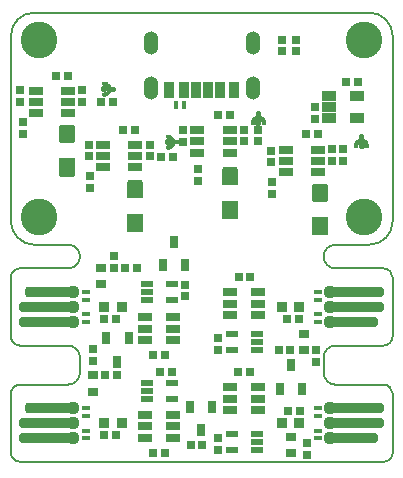
<source format=gts>
G04*
G04 #@! TF.GenerationSoftware,Altium Limited,Altium Designer,21.5.1 (32)*
G04*
G04 Layer_Color=8388736*
%FSAX25Y25*%
%MOIN*%
G70*
G04*
G04 #@! TF.SameCoordinates,E145FAAA-776B-438C-AE4F-039C15631CA5*
G04*
G04*
G04 #@! TF.FilePolarity,Negative*
G04*
G01*
G75*
%ADD13C,0.00787*%
%ADD32R,0.04921X0.05906*%
%ADD33R,0.02559X0.02756*%
%ADD34R,0.02756X0.02559*%
%ADD35O,0.00600X0.00601*%
%ADD36C,0.02191*%
%ADD37R,0.03740X0.03740*%
%ADD38R,0.04528X0.02953*%
%ADD39R,0.03740X0.05315*%
%ADD40R,0.03583X0.05315*%
%ADD41R,0.03347X0.05315*%
%ADD42O,0.00601X0.00600*%
%ADD43R,0.03740X0.02953*%
%ADD44R,0.02756X0.02559*%
%ADD45R,0.02953X0.04134*%
%ADD46R,0.04134X0.02165*%
%ADD47R,0.05315X0.05709*%
%ADD48R,0.05315X0.05906*%
%ADD49R,0.02559X0.02756*%
%ADD50R,0.01575X0.02559*%
G04:AMPARAMS|DCode=51|XSize=35.43mil|YSize=169.29mil|CornerRadius=13.82mil|HoleSize=0mil|Usage=FLASHONLY|Rotation=270.000|XOffset=0mil|YOffset=0mil|HoleType=Round|Shape=RoundedRectangle|*
%AMROUNDEDRECTD51*
21,1,0.03543,0.14165,0,0,270.0*
21,1,0.00780,0.16929,0,0,270.0*
1,1,0.02764,-0.07083,-0.00390*
1,1,0.02764,-0.07083,0.00390*
1,1,0.02764,0.07083,0.00390*
1,1,0.02764,0.07083,-0.00390*
%
%ADD51ROUNDEDRECTD51*%
G04:AMPARAMS|DCode=52|XSize=35.43mil|YSize=188.98mil|CornerRadius=13.82mil|HoleSize=0mil|Usage=FLASHONLY|Rotation=270.000|XOffset=0mil|YOffset=0mil|HoleType=Round|Shape=RoundedRectangle|*
%AMROUNDEDRECTD52*
21,1,0.03543,0.16134,0,0,270.0*
21,1,0.00780,0.18898,0,0,270.0*
1,1,0.02764,-0.08067,-0.00390*
1,1,0.02764,-0.08067,0.00390*
1,1,0.02764,0.08067,0.00390*
1,1,0.02764,0.08067,-0.00390*
%
%ADD52ROUNDEDRECTD52*%
%ADD53R,0.02559X0.01575*%
%ADD54R,0.04528X0.03347*%
%ADD55C,0.12205*%
G04:AMPARAMS|DCode=56|XSize=49.21mil|YSize=76.77mil|CornerRadius=22.44mil|HoleSize=0mil|Usage=FLASHONLY|Rotation=180.000|XOffset=0mil|YOffset=0mil|HoleType=Round|Shape=RoundedRectangle|*
%AMROUNDEDRECTD56*
21,1,0.04921,0.03189,0,0,180.0*
21,1,0.00433,0.07677,0,0,180.0*
1,1,0.04488,-0.00217,0.01595*
1,1,0.04488,0.00217,0.01595*
1,1,0.04488,0.00217,-0.01595*
1,1,0.04488,-0.00217,-0.01595*
%
%ADD56ROUNDEDRECTD56*%
%ADD57C,0.04370*%
%ADD58C,0.00591*%
G36*
X-0032227Y0126710D02*
X-0032224Y0126710D01*
X-0032204Y0126708D01*
X-0032184Y0126707D01*
X-0032181Y0126706D01*
X-0032177Y0126706D01*
X-0032158Y0126700D01*
X-0032138Y0126696D01*
X-0032135Y0126695D01*
X-0032132Y0126694D01*
X-0031429Y0126449D01*
X-0031426Y0126447D01*
X-0031423Y0126447D01*
X-0031405Y0126438D01*
X-0031386Y0126430D01*
X-0031384Y0126428D01*
X-0031381Y0126427D01*
X-0031364Y0126416D01*
X-0031347Y0126405D01*
X-0031345Y0126403D01*
X-0031342Y0126401D01*
X-0030759Y0125938D01*
X-0030756Y0125936D01*
X-0030754Y0125934D01*
X-0030739Y0125920D01*
X-0030724Y0125907D01*
X-0030722Y0125904D01*
X-0030720Y0125902D01*
X-0030708Y0125886D01*
X-0030696Y0125870D01*
X-0030694Y0125867D01*
X-0030692Y0125865D01*
X-0030294Y0125235D01*
X-0030292Y0125233D01*
X-0030290Y0125230D01*
X-0030281Y0125212D01*
X-0030272Y0125194D01*
X-0030271Y0125191D01*
X-0030269Y0125189D01*
X-0030263Y0125169D01*
X-0030257Y0125150D01*
X-0030256Y0125147D01*
X-0030255Y0125144D01*
X-0030224Y0125010D01*
X-0029195D01*
X-0029148Y0125007D01*
X-0029103Y0124996D01*
X-0029073Y0124983D01*
X-0029060Y0124978D01*
X-0029021Y0124954D01*
X-0028985Y0124924D01*
X-0028691Y0124630D01*
X-0028661Y0124594D01*
X-0028637Y0124555D01*
X-0028632Y0124542D01*
X-0028619Y0124512D01*
X-0028608Y0124467D01*
X-0028605Y0124420D01*
Y0124005D01*
D01*
Y0124005D01*
X-0028608Y0123959D01*
X-0028619Y0123913D01*
X-0028628Y0123892D01*
X-0028637Y0123870D01*
X-0028661Y0123831D01*
X-0028691Y0123795D01*
X-0028692Y0123795D01*
X-0028985Y0123502D01*
X-0028985Y0123502D01*
X-0029021Y0123471D01*
X-0029060Y0123447D01*
X-0029078Y0123440D01*
X-0029103Y0123429D01*
X-0029148Y0123419D01*
X-0029195Y0123415D01*
X-0029402D01*
X-0030224Y0123415D01*
X-0030255Y0123281D01*
X-0030256Y0123278D01*
X-0030257Y0123275D01*
X-0030263Y0123256D01*
X-0030269Y0123237D01*
X-0030271Y0123234D01*
X-0030272Y0123231D01*
X-0030281Y0123213D01*
X-0030290Y0123195D01*
X-0030292Y0123193D01*
X-0030294Y0123190D01*
X-0030692Y0122561D01*
X-0030694Y0122558D01*
X-0030696Y0122555D01*
X-0030708Y0122539D01*
X-0030720Y0122523D01*
X-0030722Y0122521D01*
X-0030724Y0122519D01*
X-0030739Y0122505D01*
X-0030754Y0122491D01*
X-0030756Y0122489D01*
X-0030759Y0122487D01*
X-0031342Y0122024D01*
X-0031345Y0122022D01*
X-0031347Y0122020D01*
X-0031364Y0122009D01*
X-0031381Y0121998D01*
X-0031384Y0121997D01*
X-0031386Y0121995D01*
X-0031405Y0121987D01*
X-0031423Y0121979D01*
X-0031426Y0121978D01*
X-0031429Y0121976D01*
X-0032132Y0121731D01*
X-0032135Y0121731D01*
X-0032138Y0121729D01*
X-0032158Y0121725D01*
X-0032177Y0121720D01*
X-0032181Y0121719D01*
X-0032184Y0121719D01*
X-0032204Y0121717D01*
X-0032224Y0121715D01*
X-0032227Y0121715D01*
X-0032230Y0121715D01*
X-0032682D01*
X-0032694Y0121716D01*
X-0032706D01*
X-0032717Y0121718D01*
X-0032729Y0121719D01*
X-0032740Y0121721D01*
X-0032751Y0121723D01*
X-0032762Y0121727D01*
X-0032774Y0121729D01*
X-0032785Y0121734D01*
X-0032796Y0121737D01*
X-0032943Y0121799D01*
X-0032954Y0121804D01*
X-0032964Y0121808D01*
X-0032974Y0121814D01*
X-0032985Y0121820D01*
X-0032994Y0121827D01*
X-0033004Y0121833D01*
X-0033013Y0121840D01*
X-0033022Y0121847D01*
X-0033030Y0121855D01*
X-0033039Y0121863D01*
X-0033152Y0121976D01*
X-0033160Y0121985D01*
X-0033168Y0121993D01*
X-0033175Y0122002D01*
X-0033182Y0122011D01*
X-0033188Y0122021D01*
X-0033195Y0122030D01*
X-0033201Y0122041D01*
X-0033207Y0122051D01*
X-0033211Y0122061D01*
X-0033216Y0122072D01*
X-0033277Y0122219D01*
X-0033281Y0122231D01*
X-0033285Y0122241D01*
X-0033288Y0122253D01*
X-0033292Y0122264D01*
X-0033294Y0122275D01*
X-0033296Y0122286D01*
X-0033297Y0122298D01*
X-0033299Y0122310D01*
Y0122321D01*
X-0033300Y0122333D01*
Y0122413D01*
Y0122493D01*
X-0033299Y0122504D01*
Y0122516D01*
X-0033297Y0122527D01*
X-0033296Y0122539D01*
X-0033294Y0122550D01*
X-0033292Y0122562D01*
X-0033288Y0122573D01*
X-0033285Y0122584D01*
X-0033281Y0122595D01*
X-0033277Y0122606D01*
X-0033216Y0122753D01*
X-0033211Y0122764D01*
X-0033207Y0122775D01*
X-0033201Y0122784D01*
X-0033195Y0122795D01*
X-0033188Y0122804D01*
X-0033182Y0122814D01*
X-0033175Y0122823D01*
X-0033168Y0122832D01*
X-0033160Y0122841D01*
X-0033152Y0122850D01*
X-0033039Y0122962D01*
X-0033030Y0122970D01*
X-0033022Y0122978D01*
X-0033013Y0122985D01*
X-0033004Y0122993D01*
X-0032994Y0122999D01*
X-0032985Y0123005D01*
X-0032974Y0123011D01*
X-0032964Y0123017D01*
X-0032954Y0123021D01*
X-0032943Y0123027D01*
X-0032796Y0123088D01*
X-0032785Y0123091D01*
X-0032774Y0123096D01*
X-0032762Y0123099D01*
X-0032751Y0123102D01*
X-0032740Y0123104D01*
X-0032729Y0123107D01*
X-0032717Y0123108D01*
X-0032706Y0123109D01*
X-0032694D01*
X-0032682Y0123110D01*
X-0032617D01*
X-0032402Y0123131D01*
X-0031993Y0123301D01*
X-0031691Y0123603D01*
X-0031521Y0124012D01*
X-0031501Y0124213D01*
X-0031521Y0124413D01*
X-0031691Y0124822D01*
X-0031993Y0125124D01*
X-0032402Y0125294D01*
X-0032617Y0125315D01*
X-0032682D01*
X-0032694Y0125316D01*
X-0032706D01*
X-0032717Y0125318D01*
X-0032729Y0125319D01*
X-0032740Y0125321D01*
X-0032751Y0125323D01*
X-0032762Y0125327D01*
X-0032774Y0125329D01*
X-0032785Y0125334D01*
X-0032796Y0125337D01*
X-0032943Y0125399D01*
X-0032954Y0125404D01*
X-0032964Y0125408D01*
X-0032974Y0125414D01*
X-0032985Y0125420D01*
X-0032994Y0125426D01*
X-0033004Y0125433D01*
X-0033013Y0125440D01*
X-0033022Y0125447D01*
X-0033030Y0125455D01*
X-0033039Y0125463D01*
X-0033152Y0125576D01*
X-0033160Y0125585D01*
X-0033168Y0125593D01*
X-0033175Y0125602D01*
X-0033182Y0125611D01*
X-0033188Y0125621D01*
X-0033195Y0125630D01*
X-0033201Y0125641D01*
X-0033207Y0125651D01*
X-0033211Y0125661D01*
X-0033216Y0125672D01*
X-0033277Y0125819D01*
X-0033281Y0125830D01*
X-0033285Y0125841D01*
X-0033288Y0125853D01*
X-0033292Y0125864D01*
X-0033294Y0125875D01*
X-0033296Y0125886D01*
X-0033297Y0125898D01*
X-0033299Y0125909D01*
Y0125921D01*
X-0033300Y0125933D01*
Y0126013D01*
Y0126093D01*
X-0033299Y0126104D01*
Y0126116D01*
X-0033297Y0126127D01*
X-0033296Y0126139D01*
X-0033294Y0126150D01*
X-0033292Y0126162D01*
X-0033288Y0126173D01*
X-0033285Y0126184D01*
X-0033281Y0126195D01*
X-0033277Y0126206D01*
X-0033216Y0126353D01*
X-0033211Y0126364D01*
X-0033207Y0126374D01*
X-0033201Y0126384D01*
X-0033195Y0126395D01*
X-0033188Y0126404D01*
X-0033182Y0126414D01*
X-0033175Y0126423D01*
X-0033168Y0126432D01*
X-0033160Y0126441D01*
X-0033152Y0126450D01*
X-0033039Y0126562D01*
X-0033030Y0126570D01*
X-0033022Y0126578D01*
X-0033013Y0126585D01*
X-0033004Y0126593D01*
X-0032994Y0126599D01*
X-0032985Y0126605D01*
X-0032974Y0126611D01*
X-0032964Y0126617D01*
X-0032954Y0126621D01*
X-0032943Y0126627D01*
X-0032796Y0126688D01*
X-0032785Y0126691D01*
X-0032774Y0126696D01*
X-0032762Y0126699D01*
X-0032751Y0126702D01*
X-0032740Y0126704D01*
X-0032729Y0126707D01*
X-0032717Y0126708D01*
X-0032706Y0126709D01*
X-0032694D01*
X-0032682Y0126710D01*
X-0032230D01*
X-0032227Y0126710D01*
D02*
G37*
G36*
X-0010992Y0109069D02*
X-0010989Y0109069D01*
X-0010969Y0109067D01*
X-0010949Y0109065D01*
X-0010946Y0109065D01*
X-0010943Y0109064D01*
X-0010923Y0109059D01*
X-0010904Y0109055D01*
X-0010901Y0109054D01*
X-0010898Y0109053D01*
X-0010194Y0108808D01*
X-0010191Y0108806D01*
X-0010188Y0108806D01*
X-0010170Y0108797D01*
X-0010152Y0108789D01*
X-0010149Y0108787D01*
X-0010146Y0108786D01*
X-0010129Y0108774D01*
X-0010112Y0108764D01*
X-0010110Y0108762D01*
X-0010108Y0108760D01*
X-0009524Y0108297D01*
X-0009521Y0108295D01*
X-0009519Y0108293D01*
X-0009505Y0108279D01*
X-0009490Y0108265D01*
X-0009488Y0108263D01*
X-0009486Y0108261D01*
X-0009473Y0108245D01*
X-0009461Y0108229D01*
X-0009460Y0108226D01*
X-0009458Y0108223D01*
X-0009059Y0107594D01*
X-0009057Y0107591D01*
X-0009055Y0107589D01*
X-0009047Y0107571D01*
X-0009037Y0107553D01*
X-0009036Y0107550D01*
X-0009035Y0107547D01*
X-0009028Y0107528D01*
X-0009022Y0107509D01*
X-0009021Y0107506D01*
X-0009020Y0107503D01*
X-0008989Y0107369D01*
X-0007960D01*
X-0007914Y0107366D01*
X-0007868Y0107355D01*
X-0007838Y0107342D01*
X-0007825Y0107337D01*
X-0007786Y0107313D01*
X-0007750Y0107282D01*
X-0007457Y0106989D01*
X-0007426Y0106953D01*
X-0007402Y0106914D01*
X-0007397Y0106901D01*
X-0007384Y0106871D01*
X-0007373Y0106825D01*
X-0007370Y0106779D01*
Y0106364D01*
D01*
Y0106364D01*
X-0007373Y0106317D01*
X-0007384Y0106272D01*
X-0007393Y0106251D01*
X-0007402Y0106229D01*
X-0007426Y0106190D01*
X-0007457Y0106154D01*
X-0007457Y0106154D01*
X-0007750Y0105861D01*
X-0007750Y0105861D01*
X-0007786Y0105830D01*
X-0007825Y0105806D01*
X-0007843Y0105799D01*
X-0007868Y0105788D01*
X-0007914Y0105778D01*
X-0007960Y0105774D01*
X-0008168D01*
X-0008989Y0105774D01*
X-0009020Y0105640D01*
X-0009021Y0105637D01*
X-0009022Y0105634D01*
X-0009028Y0105615D01*
X-0009035Y0105596D01*
X-0009036Y0105593D01*
X-0009037Y0105590D01*
X-0009046Y0105572D01*
X-0009055Y0105554D01*
X-0009057Y0105552D01*
X-0009059Y0105549D01*
X-0009458Y0104920D01*
X-0009460Y0104917D01*
X-0009461Y0104914D01*
X-0009473Y0104898D01*
X-0009486Y0104882D01*
X-0009488Y0104880D01*
X-0009490Y0104878D01*
X-0009505Y0104864D01*
X-0009519Y0104850D01*
X-0009521Y0104848D01*
X-0009524Y0104846D01*
X-0010108Y0104383D01*
X-0010110Y0104381D01*
X-0010112Y0104379D01*
X-0010129Y0104368D01*
X-0010146Y0104357D01*
X-0010149Y0104356D01*
X-0010152Y0104354D01*
X-0010170Y0104346D01*
X-0010188Y0104338D01*
X-0010191Y0104337D01*
X-0010194Y0104335D01*
X-0010898Y0104090D01*
X-0010901Y0104089D01*
X-0010904Y0104088D01*
X-0010923Y0104084D01*
X-0010943Y0104078D01*
X-0010946Y0104078D01*
X-0010949Y0104077D01*
X-0010969Y0104076D01*
X-0010989Y0104074D01*
X-0010992Y0104074D01*
X-0010995Y0104074D01*
X-0011447D01*
X-0011459Y0104075D01*
X-0011471D01*
X-0011482Y0104077D01*
X-0011494Y0104077D01*
X-0011505Y0104080D01*
X-0011517Y0104082D01*
X-0011528Y0104086D01*
X-0011539Y0104088D01*
X-0011550Y0104093D01*
X-0011561Y0104096D01*
X-0011708Y0104157D01*
X-0011719Y0104163D01*
X-0011729Y0104167D01*
X-0011739Y0104173D01*
X-0011750Y0104179D01*
X-0011759Y0104185D01*
X-0011769Y0104192D01*
X-0011778Y0104199D01*
X-0011787Y0104206D01*
X-0011796Y0104214D01*
X-0011804Y0104222D01*
X-0011917Y0104335D01*
X-0011925Y0104343D01*
X-0011933Y0104352D01*
X-0011940Y0104361D01*
X-0011948Y0104370D01*
X-0011954Y0104380D01*
X-0011960Y0104389D01*
X-0011966Y0104400D01*
X-0011972Y0104410D01*
X-0011976Y0104420D01*
X-0011982Y0104431D01*
X-0012043Y0104578D01*
X-0012046Y0104589D01*
X-0012051Y0104600D01*
X-0012054Y0104612D01*
X-0012057Y0104622D01*
X-0012059Y0104634D01*
X-0012062Y0104645D01*
X-0012062Y0104657D01*
X-0012064Y0104668D01*
Y0104680D01*
X-0012065Y0104692D01*
Y0104771D01*
Y0104851D01*
X-0012064Y0104863D01*
Y0104875D01*
X-0012062Y0104886D01*
X-0012062Y0104898D01*
X-0012059Y0104909D01*
X-0012057Y0104920D01*
X-0012054Y0104931D01*
X-0012051Y0104943D01*
X-0012046Y0104954D01*
X-0012043Y0104965D01*
X-0011982Y0105112D01*
X-0011976Y0105123D01*
X-0011972Y0105133D01*
X-0011966Y0105143D01*
X-0011960Y0105154D01*
X-0011954Y0105163D01*
X-0011948Y0105173D01*
X-0011940Y0105182D01*
X-0011933Y0105191D01*
X-0011925Y0105200D01*
X-0011917Y0105208D01*
X-0011804Y0105321D01*
X-0011796Y0105329D01*
X-0011787Y0105337D01*
X-0011778Y0105344D01*
X-0011769Y0105351D01*
X-0011759Y0105358D01*
X-0011750Y0105364D01*
X-0011739Y0105370D01*
X-0011729Y0105376D01*
X-0011719Y0105380D01*
X-0011708Y0105385D01*
X-0011561Y0105447D01*
X-0011550Y0105450D01*
X-0011539Y0105455D01*
X-0011528Y0105457D01*
X-0011517Y0105461D01*
X-0011505Y0105463D01*
X-0011494Y0105465D01*
X-0011482Y0105466D01*
X-0011471Y0105468D01*
X-0011459D01*
X-0011447Y0105469D01*
X-0011382D01*
X-0011168Y0105490D01*
X-0010758Y0105660D01*
X-0010456Y0105962D01*
X-0010286Y0106371D01*
X-0010267Y0106571D01*
X-0010286Y0106772D01*
X-0010456Y0107181D01*
X-0010758Y0107483D01*
X-0011168Y0107653D01*
X-0011382Y0107674D01*
X-0011447D01*
X-0011459Y0107675D01*
X-0011471D01*
X-0011482Y0107676D01*
X-0011494Y0107677D01*
X-0011505Y0107680D01*
X-0011517Y0107682D01*
X-0011528Y0107686D01*
X-0011539Y0107688D01*
X-0011550Y0107693D01*
X-0011561Y0107696D01*
X-0011708Y0107757D01*
X-0011719Y0107763D01*
X-0011729Y0107767D01*
X-0011739Y0107773D01*
X-0011750Y0107779D01*
X-0011759Y0107785D01*
X-0011769Y0107791D01*
X-0011778Y0107799D01*
X-0011787Y0107806D01*
X-0011796Y0107814D01*
X-0011804Y0107822D01*
X-0011917Y0107935D01*
X-0011925Y0107943D01*
X-0011933Y0107952D01*
X-0011940Y0107961D01*
X-0011948Y0107970D01*
X-0011954Y0107980D01*
X-0011960Y0107989D01*
X-0011966Y0108000D01*
X-0011972Y0108010D01*
X-0011976Y0108020D01*
X-0011982Y0108031D01*
X-0012043Y0108178D01*
X-0012046Y0108189D01*
X-0012051Y0108200D01*
X-0012054Y0108212D01*
X-0012057Y0108222D01*
X-0012059Y0108234D01*
X-0012062Y0108245D01*
X-0012062Y0108257D01*
X-0012064Y0108268D01*
Y0108280D01*
X-0012065Y0108292D01*
Y0108371D01*
Y0108451D01*
X-0012064Y0108463D01*
Y0108475D01*
X-0012062Y0108486D01*
X-0012062Y0108498D01*
X-0012059Y0108509D01*
X-0012057Y0108520D01*
X-0012054Y0108531D01*
X-0012051Y0108543D01*
X-0012046Y0108554D01*
X-0012043Y0108565D01*
X-0011982Y0108712D01*
X-0011976Y0108723D01*
X-0011972Y0108733D01*
X-0011966Y0108743D01*
X-0011960Y0108754D01*
X-0011954Y0108763D01*
X-0011948Y0108773D01*
X-0011940Y0108782D01*
X-0011933Y0108791D01*
X-0011925Y0108800D01*
X-0011917Y0108808D01*
X-0011804Y0108921D01*
X-0011796Y0108929D01*
X-0011787Y0108937D01*
X-0011778Y0108944D01*
X-0011769Y0108951D01*
X-0011759Y0108958D01*
X-0011750Y0108964D01*
X-0011739Y0108970D01*
X-0011729Y0108976D01*
X-0011719Y0108980D01*
X-0011708Y0108985D01*
X-0011561Y0109047D01*
X-0011550Y0109050D01*
X-0011539Y0109055D01*
X-0011528Y0109057D01*
X-0011517Y0109061D01*
X-0011505Y0109063D01*
X-0011494Y0109065D01*
X-0011482Y0109066D01*
X-0011471Y0109068D01*
X-0011459D01*
X-0011447Y0109069D01*
X-0010995D01*
X-0010992Y0109069D01*
D02*
G37*
G36*
X0019152Y0116963D02*
X0019197Y0116952D01*
X0019227Y0116939D01*
X0019240Y0116934D01*
X0019279Y0116910D01*
X0019315Y0116879D01*
X0019609Y0116586D01*
X0019639Y0116550D01*
X0019663Y0116511D01*
X0019668Y0116498D01*
X0019681Y0116468D01*
X0019692Y0116423D01*
X0019695Y0116376D01*
Y0116168D01*
Y0115347D01*
X0019829Y0115316D01*
X0019832Y0115315D01*
X0019835Y0115314D01*
X0019854Y0115308D01*
X0019874Y0115302D01*
X0019876Y0115300D01*
X0019879Y0115299D01*
X0019897Y0115290D01*
X0019915Y0115281D01*
X0019918Y0115279D01*
X0019920Y0115277D01*
X0020550Y0114878D01*
X0020552Y0114877D01*
X0020555Y0114875D01*
X0020571Y0114863D01*
X0020587Y0114851D01*
X0020589Y0114848D01*
X0020592Y0114846D01*
X0020605Y0114832D01*
X0020619Y0114817D01*
X0020621Y0114815D01*
X0020623Y0114812D01*
X0021086Y0114229D01*
X0021088Y0114226D01*
X0021090Y0114224D01*
X0021101Y0114207D01*
X0021112Y0114190D01*
X0021113Y0114187D01*
X0021115Y0114185D01*
X0021123Y0114166D01*
X0021132Y0114148D01*
X0021133Y0114145D01*
X0021134Y0114142D01*
X0021379Y0113438D01*
X0021380Y0113435D01*
X0021381Y0113433D01*
X0021385Y0113413D01*
X0021391Y0113393D01*
X0021391Y0113390D01*
X0021392Y0113387D01*
X0021393Y0113367D01*
X0021395Y0113347D01*
X0021395Y0113344D01*
X0021395Y0113341D01*
Y0112969D01*
Y0112889D01*
X0021394Y0112877D01*
Y0112865D01*
X0021393Y0112854D01*
X0021392Y0112842D01*
X0021389Y0112831D01*
X0021387Y0112820D01*
X0021384Y0112808D01*
X0021381Y0112797D01*
X0021376Y0112786D01*
X0021373Y0112775D01*
X0021312Y0112628D01*
X0021306Y0112617D01*
X0021302Y0112607D01*
X0021296Y0112597D01*
X0021291Y0112586D01*
X0021284Y0112577D01*
X0021278Y0112567D01*
X0021270Y0112558D01*
X0021263Y0112549D01*
X0021255Y0112540D01*
X0021248Y0112532D01*
X0021135Y0112419D01*
X0021126Y0112411D01*
X0021117Y0112403D01*
X0021108Y0112396D01*
X0021099Y0112389D01*
X0021089Y0112382D01*
X0021080Y0112376D01*
X0021069Y0112370D01*
X0021059Y0112364D01*
X0021049Y0112360D01*
X0021038Y0112355D01*
X0020891Y0112293D01*
X0020880Y0112290D01*
X0020869Y0112285D01*
X0020858Y0112283D01*
X0020847Y0112279D01*
X0020835Y0112277D01*
X0020824Y0112275D01*
X0020812Y0112274D01*
X0020801Y0112272D01*
X0020789D01*
X0020777Y0112271D01*
X0020618D01*
X0020606Y0112272D01*
X0020595D01*
X0020583Y0112274D01*
X0020571Y0112275D01*
X0020560Y0112277D01*
X0020549Y0112279D01*
X0020538Y0112283D01*
X0020526Y0112285D01*
X0020516Y0112290D01*
X0020504Y0112293D01*
X0020357Y0112355D01*
X0020346Y0112360D01*
X0020336Y0112364D01*
X0020326Y0112370D01*
X0020315Y0112376D01*
X0020306Y0112382D01*
X0020296Y0112389D01*
X0020287Y0112396D01*
X0020278Y0112403D01*
X0020270Y0112411D01*
X0020261Y0112419D01*
X0020148Y0112532D01*
X0020140Y0112540D01*
X0020132Y0112549D01*
X0020125Y0112558D01*
X0020118Y0112567D01*
X0020112Y0112577D01*
X0020105Y0112586D01*
X0020099Y0112597D01*
X0020093Y0112607D01*
X0020089Y0112617D01*
X0020084Y0112628D01*
X0020022Y0112775D01*
X0020019Y0112786D01*
X0020014Y0112797D01*
X0020012Y0112809D01*
X0020008Y0112820D01*
X0020006Y0112831D01*
X0020004Y0112842D01*
X0020003Y0112854D01*
X0020001Y0112865D01*
Y0112877D01*
X0020000Y0112889D01*
Y0112954D01*
X0019979Y0113169D01*
X0019809Y0113578D01*
X0019507Y0113880D01*
X0019098Y0114050D01*
X0018898Y0114069D01*
X0018698Y0114050D01*
X0018289Y0113880D01*
X0017986Y0113578D01*
X0017817Y0113169D01*
X0017795Y0112954D01*
Y0112889D01*
X0017794Y0112877D01*
Y0112865D01*
X0017793Y0112854D01*
X0017792Y0112842D01*
X0017789Y0112831D01*
X0017787Y0112820D01*
X0017784Y0112808D01*
X0017781Y0112797D01*
X0017776Y0112786D01*
X0017773Y0112775D01*
X0017712Y0112628D01*
X0017706Y0112617D01*
X0017702Y0112607D01*
X0017696Y0112597D01*
X0017691Y0112586D01*
X0017684Y0112577D01*
X0017678Y0112567D01*
X0017670Y0112558D01*
X0017663Y0112549D01*
X0017655Y0112540D01*
X0017648Y0112532D01*
X0017535Y0112419D01*
X0017526Y0112411D01*
X0017517Y0112403D01*
X0017508Y0112396D01*
X0017499Y0112389D01*
X0017489Y0112382D01*
X0017480Y0112376D01*
X0017469Y0112370D01*
X0017459Y0112364D01*
X0017449Y0112360D01*
X0017438Y0112355D01*
X0017291Y0112293D01*
X0017280Y0112290D01*
X0017269Y0112285D01*
X0017258Y0112283D01*
X0017247Y0112279D01*
X0017235Y0112277D01*
X0017224Y0112275D01*
X0017212Y0112274D01*
X0017201Y0112272D01*
X0017189D01*
X0017177Y0112271D01*
X0017018D01*
X0017006Y0112272D01*
X0016995D01*
X0016983Y0112274D01*
X0016971Y0112275D01*
X0016960Y0112277D01*
X0016949Y0112279D01*
X0016938Y0112283D01*
X0016926Y0112285D01*
X0016916Y0112290D01*
X0016904Y0112293D01*
X0016757Y0112355D01*
X0016747Y0112360D01*
X0016736Y0112364D01*
X0016726Y0112370D01*
X0016715Y0112376D01*
X0016706Y0112382D01*
X0016696Y0112389D01*
X0016687Y0112396D01*
X0016678Y0112403D01*
X0016670Y0112411D01*
X0016661Y0112419D01*
X0016548Y0112532D01*
X0016540Y0112540D01*
X0016532Y0112549D01*
X0016525Y0112558D01*
X0016518Y0112567D01*
X0016512Y0112577D01*
X0016505Y0112586D01*
X0016499Y0112597D01*
X0016493Y0112607D01*
X0016489Y0112617D01*
X0016484Y0112628D01*
X0016422Y0112775D01*
X0016419Y0112786D01*
X0016414Y0112797D01*
X0016412Y0112809D01*
X0016408Y0112820D01*
X0016406Y0112831D01*
X0016404Y0112842D01*
X0016403Y0112854D01*
X0016401Y0112865D01*
Y0112877D01*
X0016400Y0112889D01*
Y0112969D01*
Y0113341D01*
X0016400Y0113344D01*
X0016400Y0113347D01*
X0016402Y0113367D01*
X0016404Y0113387D01*
X0016404Y0113390D01*
X0016405Y0113393D01*
X0016410Y0113413D01*
X0016414Y0113433D01*
X0016416Y0113435D01*
X0016416Y0113438D01*
X0016661Y0114142D01*
X0016663Y0114145D01*
X0016664Y0114148D01*
X0016672Y0114166D01*
X0016680Y0114185D01*
X0016682Y0114187D01*
X0016683Y0114190D01*
X0016695Y0114207D01*
X0016705Y0114224D01*
X0016707Y0114226D01*
X0016709Y0114229D01*
X0017172Y0114812D01*
X0017174Y0114815D01*
X0017176Y0114817D01*
X0017190Y0114831D01*
X0017204Y0114846D01*
X0017206Y0114848D01*
X0017208Y0114851D01*
X0017225Y0114863D01*
X0017240Y0114875D01*
X0017243Y0114877D01*
X0017246Y0114878D01*
X0017875Y0115277D01*
X0017878Y0115279D01*
X0017880Y0115281D01*
X0017898Y0115290D01*
X0017916Y0115299D01*
X0017919Y0115300D01*
X0017922Y0115302D01*
X0017941Y0115308D01*
X0017960Y0115314D01*
X0017963Y0115315D01*
X0017966Y0115316D01*
X0018100Y0115347D01*
Y0116168D01*
Y0116376D01*
X0018100Y0116380D01*
X0018104Y0116423D01*
X0018114Y0116468D01*
X0018125Y0116493D01*
X0018132Y0116511D01*
X0018157Y0116550D01*
X0018187Y0116586D01*
X0018187Y0116586D01*
X0018480Y0116879D01*
X0018481Y0116879D01*
X0018516Y0116910D01*
X0018555Y0116934D01*
X0018577Y0116943D01*
X0018598Y0116952D01*
X0018644Y0116963D01*
X0018690Y0116966D01*
X0018690D01*
D01*
X0019105D01*
X0019152Y0116963D01*
D02*
G37*
G36*
X0053502Y0109273D02*
X0053547Y0109262D01*
X0053578Y0109250D01*
X0053590Y0109245D01*
X0053630Y0109220D01*
X0053665Y0109190D01*
X0053959Y0108896D01*
X0053989Y0108861D01*
X0054013Y0108821D01*
X0054019Y0108809D01*
X0054031Y0108779D01*
X0054042Y0108733D01*
X0054046Y0108687D01*
Y0108479D01*
Y0107658D01*
X0054180Y0107626D01*
X0054183Y0107625D01*
X0054186Y0107625D01*
X0054204Y0107618D01*
X0054224Y0107612D01*
X0054227Y0107611D01*
X0054230Y0107610D01*
X0054248Y0107600D01*
X0054265Y0107591D01*
X0054268Y0107590D01*
X0054271Y0107588D01*
X0054900Y0107189D01*
X0054903Y0107187D01*
X0054905Y0107186D01*
X0054921Y0107173D01*
X0054937Y0107161D01*
X0054939Y0107159D01*
X0054942Y0107157D01*
X0054956Y0107142D01*
X0054970Y0107128D01*
X0054971Y0107125D01*
X0054974Y0107123D01*
X0055436Y0106539D01*
X0055438Y0106537D01*
X0055440Y0106534D01*
X0055451Y0106518D01*
X0055462Y0106501D01*
X0055464Y0106498D01*
X0055465Y0106495D01*
X0055474Y0106477D01*
X0055482Y0106459D01*
X0055483Y0106456D01*
X0055484Y0106453D01*
X0055729Y0105749D01*
X0055730Y0105746D01*
X0055731Y0105743D01*
X0055736Y0105724D01*
X0055741Y0105704D01*
X0055741Y0105701D01*
X0055742Y0105698D01*
X0055744Y0105678D01*
X0055746Y0105658D01*
X0055746Y0105655D01*
X0055746Y0105652D01*
Y0105279D01*
Y0105199D01*
X0055745Y0105188D01*
Y0105176D01*
X0055743Y0105165D01*
X0055742Y0105153D01*
X0055739Y0105142D01*
X0055738Y0105130D01*
X0055734Y0105119D01*
X0055731Y0105108D01*
X0055727Y0105097D01*
X0055723Y0105086D01*
X0055662Y0104938D01*
X0055657Y0104928D01*
X0055652Y0104917D01*
X0055646Y0104907D01*
X0055641Y0104897D01*
X0055634Y0104888D01*
X0055628Y0104878D01*
X0055620Y0104869D01*
X0055614Y0104859D01*
X0055605Y0104851D01*
X0055598Y0104842D01*
X0055485Y0104729D01*
X0055476Y0104722D01*
X0055468Y0104714D01*
X0055458Y0104707D01*
X0055450Y0104699D01*
X0055440Y0104693D01*
X0055430Y0104686D01*
X0055420Y0104681D01*
X0055410Y0104675D01*
X0055399Y0104671D01*
X0055389Y0104665D01*
X0055241Y0104604D01*
X0055230Y0104601D01*
X0055219Y0104596D01*
X0055208Y0104593D01*
X0055197Y0104590D01*
X0055186Y0104588D01*
X0055174Y0104585D01*
X0055163Y0104584D01*
X0055151Y0104582D01*
X0055139D01*
X0055128Y0104581D01*
X0054968D01*
X0054957Y0104582D01*
X0054945D01*
X0054933Y0104584D01*
X0054922Y0104585D01*
X0054910Y0104588D01*
X0054899Y0104590D01*
X0054888Y0104593D01*
X0054877Y0104596D01*
X0054866Y0104601D01*
X0054855Y0104604D01*
X0054707Y0104665D01*
X0054697Y0104671D01*
X0054686Y0104675D01*
X0054676Y0104681D01*
X0054666Y0104686D01*
X0054656Y0104693D01*
X0054646Y0104699D01*
X0054638Y0104707D01*
X0054628Y0104714D01*
X0054620Y0104722D01*
X0054611Y0104729D01*
X0054498Y0104842D01*
X0054491Y0104851D01*
X0054482Y0104859D01*
X0054476Y0104869D01*
X0054468Y0104878D01*
X0054462Y0104888D01*
X0054455Y0104897D01*
X0054450Y0104907D01*
X0054444Y0104917D01*
X0054439Y0104928D01*
X0054434Y0104938D01*
X0054373Y0105086D01*
X0054369Y0105097D01*
X0054365Y0105108D01*
X0054362Y0105119D01*
X0054359Y0105130D01*
X0054357Y0105142D01*
X0054354Y0105153D01*
X0054353Y0105165D01*
X0054351Y0105176D01*
Y0105188D01*
X0054350Y0105199D01*
Y0105265D01*
X0054329Y0105479D01*
X0054160Y0105888D01*
X0053857Y0106191D01*
X0053448Y0106360D01*
X0053248Y0106380D01*
X0053048Y0106360D01*
X0052639Y0106191D01*
X0052336Y0105888D01*
X0052167Y0105479D01*
X0052146Y0105265D01*
Y0105199D01*
X0052145Y0105188D01*
Y0105176D01*
X0052143Y0105165D01*
X0052142Y0105153D01*
X0052139Y0105142D01*
X0052138Y0105130D01*
X0052134Y0105119D01*
X0052131Y0105108D01*
X0052127Y0105097D01*
X0052123Y0105086D01*
X0052062Y0104938D01*
X0052057Y0104928D01*
X0052052Y0104917D01*
X0052046Y0104907D01*
X0052041Y0104897D01*
X0052034Y0104888D01*
X0052028Y0104878D01*
X0052021Y0104869D01*
X0052014Y0104859D01*
X0052005Y0104851D01*
X0051998Y0104842D01*
X0051885Y0104729D01*
X0051876Y0104722D01*
X0051868Y0104714D01*
X0051858Y0104707D01*
X0051850Y0104699D01*
X0051840Y0104693D01*
X0051830Y0104686D01*
X0051820Y0104681D01*
X0051810Y0104675D01*
X0051799Y0104671D01*
X0051789Y0104665D01*
X0051641Y0104604D01*
X0051630Y0104601D01*
X0051619Y0104596D01*
X0051608Y0104593D01*
X0051597Y0104590D01*
X0051586Y0104588D01*
X0051574Y0104585D01*
X0051563Y0104584D01*
X0051551Y0104582D01*
X0051539D01*
X0051528Y0104581D01*
X0051368D01*
X0051357Y0104582D01*
X0051345D01*
X0051333Y0104584D01*
X0051322Y0104585D01*
X0051310Y0104588D01*
X0051299Y0104590D01*
X0051288Y0104593D01*
X0051277Y0104596D01*
X0051266Y0104601D01*
X0051255Y0104604D01*
X0051107Y0104665D01*
X0051097Y0104671D01*
X0051086Y0104675D01*
X0051076Y0104681D01*
X0051066Y0104686D01*
X0051056Y0104693D01*
X0051047Y0104699D01*
X0051038Y0104707D01*
X0051028Y0104714D01*
X0051020Y0104722D01*
X0051011Y0104729D01*
X0050898Y0104842D01*
X0050891Y0104851D01*
X0050882Y0104859D01*
X0050876Y0104869D01*
X0050868Y0104878D01*
X0050862Y0104888D01*
X0050855Y0104897D01*
X0050850Y0104907D01*
X0050844Y0104917D01*
X0050839Y0104928D01*
X0050834Y0104938D01*
X0050773Y0105086D01*
X0050769Y0105097D01*
X0050765Y0105108D01*
X0050762Y0105119D01*
X0050758Y0105130D01*
X0050757Y0105142D01*
X0050754Y0105153D01*
X0050753Y0105165D01*
X0050751Y0105176D01*
Y0105188D01*
X0050750Y0105199D01*
Y0105279D01*
Y0105652D01*
X0050751Y0105655D01*
X0050750Y0105658D01*
X0050752Y0105678D01*
X0050754Y0105698D01*
X0050755Y0105701D01*
X0050755Y0105704D01*
X0050760Y0105724D01*
X0050765Y0105743D01*
X0050766Y0105746D01*
X0050767Y0105749D01*
X0051012Y0106453D01*
X0051013Y0106456D01*
X0051014Y0106459D01*
X0051023Y0106477D01*
X0051031Y0106495D01*
X0051032Y0106498D01*
X0051034Y0106501D01*
X0051045Y0106518D01*
X0051056Y0106534D01*
X0051058Y0106537D01*
X0051060Y0106539D01*
X0051522Y0107123D01*
X0051525Y0107125D01*
X0051526Y0107128D01*
X0051540Y0107142D01*
X0051554Y0107157D01*
X0051557Y0107159D01*
X0051559Y0107161D01*
X0051575Y0107173D01*
X0051591Y0107186D01*
X0051593Y0107187D01*
X0051596Y0107189D01*
X0052225Y0107588D01*
X0052228Y0107590D01*
X0052231Y0107591D01*
X0052248Y0107600D01*
X0052266Y0107610D01*
X0052269Y0107611D01*
X0052272Y0107612D01*
X0052291Y0107618D01*
X0052310Y0107625D01*
X0052313Y0107625D01*
X0052316Y0107626D01*
X0052450Y0107658D01*
Y0108479D01*
Y0108687D01*
X0052451Y0108691D01*
X0052454Y0108733D01*
X0052465Y0108779D01*
X0052475Y0108804D01*
X0052483Y0108821D01*
X0052507Y0108861D01*
X0052537Y0108896D01*
X0052537Y0108896D01*
X0052831Y0109190D01*
X0052831Y0109190D01*
X0052866Y0109220D01*
X0052906Y0109245D01*
X0052927Y0109254D01*
X0052949Y0109262D01*
X0052994Y0109273D01*
X0053040Y0109277D01*
D01*
X0053040D01*
X0053456D01*
X0053502Y0109273D01*
D02*
G37*
D13*
X-0063660Y0003150D02*
G03*
X-0060510Y-0000000I0003145J-0000004D01*
G01*
X0063660Y0141890D02*
G03*
X0055785Y0149764I-0007874J0000000D01*
G01*
X-0040628Y0034803D02*
G03*
X-0044565Y0038740I-0003937J-0000000D01*
G01*
X0055785Y0072366D02*
G03*
X0063660Y0080240I-0000003J0007877D01*
G01*
X-0060510Y0025748D02*
G03*
X-0063660Y0022598I-0000004J-0003145D01*
G01*
X0040628Y0029687D02*
G03*
X0044565Y0025748I0003939J0000000D01*
G01*
X-0044565Y0064488D02*
G03*
X-0044565Y0072366I-0000002J0003939D01*
G01*
X0060510Y0038740D02*
G03*
X0063660Y0041890I0000004J0003145D01*
G01*
X0044569Y0072366D02*
G03*
X0044565Y0064488I-0000002J-0003939D01*
G01*
X-0063656Y0080240D02*
G03*
X-0055782Y0072366I0007877J0000003D01*
G01*
X-0060510Y0064488D02*
G03*
X-0063660Y0061339I-0000004J-0003145D01*
G01*
X-0044565Y0025748D02*
G03*
X-0040628Y0029687I-0000002J0003939D01*
G01*
X0060510Y0000000D02*
G03*
X0063660Y0003150I0000004J0003145D01*
G01*
X0044565Y0038740D02*
G03*
X0040628Y0034803I0000000J-0003937D01*
G01*
X-0055782Y0149764D02*
G03*
X-0063656Y0141890I0000000J-0007874D01*
G01*
X-0063660Y0041890D02*
G03*
X-0060510Y0038740I0003145J-0000004D01*
G01*
X0063660Y0061339D02*
G03*
X0060510Y0064488I-0003145J0000004D01*
G01*
X0063660Y0022598D02*
G03*
X0060510Y0025748I-0003145J0000004D01*
G01*
X-0063660Y0041890D02*
Y0061339D01*
X0044569Y0072366D02*
X0055785D01*
X0063660Y0003150D02*
Y0022598D01*
X-0060510Y0038740D02*
X-0044565D01*
X0063660Y0080240D02*
Y0141890D01*
X0044565Y0025748D02*
X0060510D01*
X-0055782Y0149764D02*
X0055785D01*
X-0040628Y0029687D02*
Y0034803D01*
X0040628Y0029687D02*
Y0034803D01*
X-0063656Y0080240D02*
Y0141890D01*
X-0060510Y0025748D02*
X-0044565D01*
X0044565Y0038740D02*
X0060510D01*
X-0055782Y0072366D02*
X-0044565D01*
X-0063660Y0003150D02*
Y0022598D01*
X0063660Y0041890D02*
Y0061339D01*
X-0060510Y0064488D02*
X-0044565D01*
X0044565D02*
X0060510D01*
X-0060510Y0000000D02*
X0060510D01*
D32*
X-0022244Y0079626D02*
D03*
Y0090847D02*
D03*
X-0044783Y0098032D02*
D03*
Y0109252D02*
D03*
X0009547Y0083957D02*
D03*
Y0095177D02*
D03*
X0039272Y0078445D02*
D03*
Y0089665D02*
D03*
D33*
X-0044587Y0128740D02*
D03*
X-0048524D02*
D03*
X-0022244Y0110719D02*
D03*
X-0026181D02*
D03*
X0009449Y0115650D02*
D03*
X0005512D02*
D03*
X0038780Y0109153D02*
D03*
X0034843D02*
D03*
X-0025689Y0064665D02*
D03*
X-0021752D02*
D03*
X-0028378Y0028822D02*
D03*
X-0032315D02*
D03*
X0000197Y0005709D02*
D03*
X-0003740D02*
D03*
X0025591Y0037106D02*
D03*
X0029528D02*
D03*
X-0032480Y0047638D02*
D03*
X-0028543D02*
D03*
X-0029724Y0119980D02*
D03*
X-0033661D02*
D03*
X-0028543Y0008858D02*
D03*
X-0032480D02*
D03*
X0032579Y0016831D02*
D03*
X0028642D02*
D03*
X0032480Y0047736D02*
D03*
X0028543D02*
D03*
X-0009739Y0101762D02*
D03*
X-0013676D02*
D03*
D34*
X-0060516Y0120044D02*
D03*
Y0123981D02*
D03*
X-0037500Y0101772D02*
D03*
Y0105709D02*
D03*
X-0006102Y0106652D02*
D03*
Y0110589D02*
D03*
X0023228Y0099803D02*
D03*
Y0103740D02*
D03*
X-0059455Y0109273D02*
D03*
Y0113210D02*
D03*
X-0040030Y0120056D02*
D03*
Y0123994D02*
D03*
X-0037381Y0091240D02*
D03*
Y0095177D02*
D03*
X-0017218Y0101772D02*
D03*
Y0105709D02*
D03*
X-0001159Y0093701D02*
D03*
Y0097638D02*
D03*
X0018799Y0110728D02*
D03*
Y0106791D02*
D03*
X0014075Y0106791D02*
D03*
Y0110728D02*
D03*
X0023524Y0093209D02*
D03*
Y0089272D02*
D03*
X0047146Y0100197D02*
D03*
Y0104134D02*
D03*
X0043504D02*
D03*
Y0100197D02*
D03*
X0026772Y0140748D02*
D03*
Y0136811D02*
D03*
X0031496D02*
D03*
Y0140748D02*
D03*
D35*
X-0008003Y0106569D02*
D03*
X-0029238Y0124210D02*
D03*
D36*
X-0011368Y0106571D02*
D03*
X0053248Y0105279D02*
D03*
X0018898Y0112969D02*
D03*
X-0032602Y0124213D02*
D03*
D37*
X0032480Y0012854D02*
D03*
X0026575D02*
D03*
X-0032480D02*
D03*
X-0026575D02*
D03*
X0032480Y0051638D02*
D03*
X0026575D02*
D03*
X-0032480D02*
D03*
X-0026575D02*
D03*
D38*
X-0055413Y0116240D02*
D03*
X-0044587D02*
D03*
X-0032972Y0098120D02*
D03*
X-0022146D02*
D03*
X-0001476Y0103051D02*
D03*
X0009350D02*
D03*
X0027953Y0096457D02*
D03*
X0038780D02*
D03*
X-0018898Y0008071D02*
D03*
Y0011811D02*
D03*
Y0015551D02*
D03*
X-0009449D02*
D03*
Y0011811D02*
D03*
Y0008071D02*
D03*
X-0018898Y0040650D02*
D03*
Y0044390D02*
D03*
Y0048130D02*
D03*
X-0009449D02*
D03*
Y0044390D02*
D03*
Y0040650D02*
D03*
X0018898Y0024803D02*
D03*
Y0021063D02*
D03*
Y0017323D02*
D03*
X0009449D02*
D03*
Y0021063D02*
D03*
Y0024803D02*
D03*
X0018898Y0056496D02*
D03*
Y0052756D02*
D03*
Y0049016D02*
D03*
X0009449D02*
D03*
Y0052756D02*
D03*
Y0056496D02*
D03*
X-0044587Y0123721D02*
D03*
Y0119980D02*
D03*
X-0055413D02*
D03*
Y0123721D02*
D03*
X-0022146Y0105601D02*
D03*
Y0101860D02*
D03*
X-0032972D02*
D03*
Y0105601D02*
D03*
X0009350Y0110531D02*
D03*
Y0106791D02*
D03*
X-0001476D02*
D03*
Y0110531D02*
D03*
X0038780Y0103937D02*
D03*
Y0100197D02*
D03*
X0027953D02*
D03*
Y0103937D02*
D03*
D39*
X0010827Y0124016D02*
D03*
X-0010827D02*
D03*
D40*
X0005984D02*
D03*
X-0005984D02*
D03*
D41*
X0001969D02*
D03*
X-0001969D02*
D03*
D42*
X0053251Y0108644D02*
D03*
X0018901Y0116333D02*
D03*
D43*
X-0036417Y0023327D02*
D03*
Y0028839D02*
D03*
X0029724Y0002854D02*
D03*
Y0008366D02*
D03*
X-0033661Y0064665D02*
D03*
Y0059153D02*
D03*
X0033957Y0037205D02*
D03*
Y0042717D02*
D03*
D44*
X-0036319Y0037500D02*
D03*
Y0033563D02*
D03*
X-0005512Y0059055D02*
D03*
Y0055118D02*
D03*
X0005512Y0037303D02*
D03*
Y0041240D02*
D03*
Y0003937D02*
D03*
Y0007874D02*
D03*
X0035205Y0002223D02*
D03*
Y0006160D02*
D03*
X-0029331Y0064567D02*
D03*
Y0068504D02*
D03*
X0037795Y0114272D02*
D03*
Y0118209D02*
D03*
X0037992Y0037205D02*
D03*
Y0033268D02*
D03*
D45*
X-0028150Y0033268D02*
D03*
X-0031890Y0041142D02*
D03*
X-0024409D02*
D03*
X0003543Y0018406D02*
D03*
X-0003937D02*
D03*
X-0000197Y0010531D02*
D03*
X-0013091Y0065551D02*
D03*
X-0005610D02*
D03*
X-0009350Y0073425D02*
D03*
X0025984Y0024311D02*
D03*
X0033465D02*
D03*
X0029724Y0032185D02*
D03*
D46*
X-0010039Y0026181D02*
D03*
Y0021063D02*
D03*
X-0018307D02*
D03*
Y0023622D02*
D03*
Y0026181D02*
D03*
X-0010039Y0059124D02*
D03*
Y0054005D02*
D03*
X-0018307D02*
D03*
Y0056565D02*
D03*
Y0059124D02*
D03*
X0010039Y0037402D02*
D03*
Y0042520D02*
D03*
X0018307D02*
D03*
Y0039961D02*
D03*
Y0037402D02*
D03*
X0010039Y0004035D02*
D03*
Y0009154D02*
D03*
X0018307D02*
D03*
Y0006594D02*
D03*
Y0004035D02*
D03*
D47*
X-0044783Y0109153D02*
D03*
X-0022244Y0090748D02*
D03*
X0009547Y0095079D02*
D03*
X0039272Y0089567D02*
D03*
D48*
X-0044783Y0098130D02*
D03*
X-0022244Y0079724D02*
D03*
X0009547Y0084055D02*
D03*
X0039272Y0078543D02*
D03*
D49*
X-0016339Y0002933D02*
D03*
X-0012402D02*
D03*
X-0016240Y0035630D02*
D03*
X-0012303D02*
D03*
X-0010086Y0029823D02*
D03*
X-0014023D02*
D03*
X0016043D02*
D03*
X0012106D02*
D03*
X0016240Y0061516D02*
D03*
X0012303D02*
D03*
X0051968Y0126476D02*
D03*
X0048031D02*
D03*
D50*
X-0008464Y0119031D02*
D03*
X-0005905D02*
D03*
D51*
X0050476Y0007854D02*
D03*
X-0050476Y0056638D02*
D03*
X0050476Y0046638D02*
D03*
X-0050476Y0017854D02*
D03*
D52*
X0051461D02*
D03*
Y0012854D02*
D03*
X-0051461Y0046638D02*
D03*
Y0051638D02*
D03*
X0051461Y0056638D02*
D03*
Y0051638D02*
D03*
X-0051461Y0007854D02*
D03*
Y0012854D02*
D03*
D53*
X0038780Y0015354D02*
D03*
Y0017913D02*
D03*
Y0010335D02*
D03*
Y0007776D02*
D03*
X-0038583Y0049213D02*
D03*
Y0046654D02*
D03*
X-0038681Y0054035D02*
D03*
Y0056595D02*
D03*
X0038631Y0053996D02*
D03*
Y0056555D02*
D03*
Y0049214D02*
D03*
Y0046655D02*
D03*
X-0038583Y0010335D02*
D03*
Y0007776D02*
D03*
Y0015354D02*
D03*
Y0017913D02*
D03*
D54*
X0051870Y0121949D02*
D03*
Y0114469D02*
D03*
X0042421D02*
D03*
Y0118209D02*
D03*
Y0121949D02*
D03*
D55*
X-0054134Y0081539D02*
D03*
X0054134D02*
D03*
X-0054134Y0140594D02*
D03*
X0054134D02*
D03*
D56*
X0017008Y0139567D02*
D03*
X-0017008D02*
D03*
X0017008Y0124606D02*
D03*
X-0017008D02*
D03*
D57*
X0042799Y0007854D02*
D03*
Y0012854D02*
D03*
Y0017854D02*
D03*
X-0042799Y0056638D02*
D03*
Y0051638D02*
D03*
Y0046638D02*
D03*
X0042799D02*
D03*
Y0051638D02*
D03*
Y0056638D02*
D03*
X-0042799Y0017854D02*
D03*
Y0012854D02*
D03*
Y0007854D02*
D03*
D58*
X0051067Y0022776D02*
D03*
Y0002933D02*
D03*
X-0051067Y0041717D02*
D03*
Y0061559D02*
D03*
X0051067D02*
D03*
Y0041717D02*
D03*
X-0051067Y0002933D02*
D03*
Y0022776D02*
D03*
M02*

</source>
